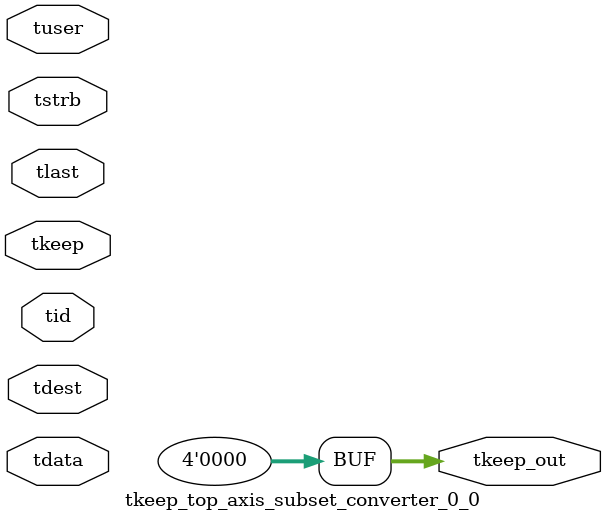
<source format=v>


`timescale 1ps/1ps

module tkeep_top_axis_subset_converter_0_0 #
(
parameter C_S_AXIS_TDATA_WIDTH = 32,
parameter C_S_AXIS_TUSER_WIDTH = 0,
parameter C_S_AXIS_TID_WIDTH   = 0,
parameter C_S_AXIS_TDEST_WIDTH = 0,
parameter C_M_AXIS_TDATA_WIDTH = 32
)
(
input  [(C_S_AXIS_TDATA_WIDTH == 0 ? 1 : C_S_AXIS_TDATA_WIDTH)-1:0     ] tdata,
input  [(C_S_AXIS_TUSER_WIDTH == 0 ? 1 : C_S_AXIS_TUSER_WIDTH)-1:0     ] tuser,
input  [(C_S_AXIS_TID_WIDTH   == 0 ? 1 : C_S_AXIS_TID_WIDTH)-1:0       ] tid,
input  [(C_S_AXIS_TDEST_WIDTH == 0 ? 1 : C_S_AXIS_TDEST_WIDTH)-1:0     ] tdest,
input  [(C_S_AXIS_TDATA_WIDTH/8)-1:0 ] tkeep,
input  [(C_S_AXIS_TDATA_WIDTH/8)-1:0 ] tstrb,
input                                                                    tlast,
output [(C_M_AXIS_TDATA_WIDTH/8)-1:0 ] tkeep_out
);

assign tkeep_out = {1'b0};

endmodule


</source>
